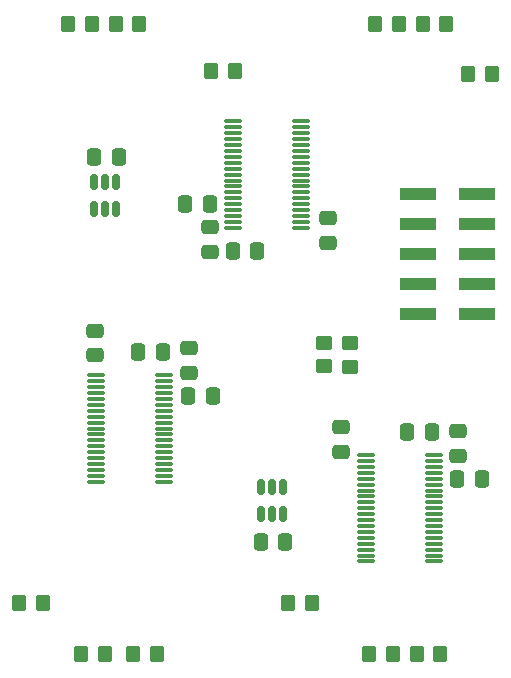
<source format=gbr>
%TF.GenerationSoftware,KiCad,Pcbnew,9.0.0*%
%TF.CreationDate,2025-05-12T15:22:34-04:00*%
%TF.ProjectId,design-files_BM,64657369-676e-42d6-9669-6c65735f424d,rev?*%
%TF.SameCoordinates,Original*%
%TF.FileFunction,Paste,Bot*%
%TF.FilePolarity,Positive*%
%FSLAX46Y46*%
G04 Gerber Fmt 4.6, Leading zero omitted, Abs format (unit mm)*
G04 Created by KiCad (PCBNEW 9.0.0) date 2025-05-12 15:22:34*
%MOMM*%
%LPD*%
G01*
G04 APERTURE LIST*
G04 Aperture macros list*
%AMRoundRect*
0 Rectangle with rounded corners*
0 $1 Rounding radius*
0 $2 $3 $4 $5 $6 $7 $8 $9 X,Y pos of 4 corners*
0 Add a 4 corners polygon primitive as box body*
4,1,4,$2,$3,$4,$5,$6,$7,$8,$9,$2,$3,0*
0 Add four circle primitives for the rounded corners*
1,1,$1+$1,$2,$3*
1,1,$1+$1,$4,$5*
1,1,$1+$1,$6,$7*
1,1,$1+$1,$8,$9*
0 Add four rect primitives between the rounded corners*
20,1,$1+$1,$2,$3,$4,$5,0*
20,1,$1+$1,$4,$5,$6,$7,0*
20,1,$1+$1,$6,$7,$8,$9,0*
20,1,$1+$1,$8,$9,$2,$3,0*%
G04 Aperture macros list end*
%ADD10RoundRect,0.250000X0.337500X0.475000X-0.337500X0.475000X-0.337500X-0.475000X0.337500X-0.475000X0*%
%ADD11RoundRect,0.250000X0.350000X0.450000X-0.350000X0.450000X-0.350000X-0.450000X0.350000X-0.450000X0*%
%ADD12RoundRect,0.250000X-0.475000X0.337500X-0.475000X-0.337500X0.475000X-0.337500X0.475000X0.337500X0*%
%ADD13RoundRect,0.250000X-0.337500X-0.475000X0.337500X-0.475000X0.337500X0.475000X-0.337500X0.475000X0*%
%ADD14RoundRect,0.075000X0.662500X0.075000X-0.662500X0.075000X-0.662500X-0.075000X0.662500X-0.075000X0*%
%ADD15R,3.150000X1.000000*%
%ADD16RoundRect,0.250000X0.475000X-0.337500X0.475000X0.337500X-0.475000X0.337500X-0.475000X-0.337500X0*%
%ADD17RoundRect,0.250000X0.450000X-0.350000X0.450000X0.350000X-0.450000X0.350000X-0.450000X-0.350000X0*%
%ADD18RoundRect,0.150000X0.150000X-0.512500X0.150000X0.512500X-0.150000X0.512500X-0.150000X-0.512500X0*%
%ADD19RoundRect,0.250000X-0.350000X-0.450000X0.350000X-0.450000X0.350000X0.450000X-0.350000X0.450000X0*%
%ADD20RoundRect,0.250000X-0.450000X0.350000X-0.450000X-0.350000X0.450000X-0.350000X0.450000X0.350000X0*%
%ADD21RoundRect,0.075000X-0.662500X-0.075000X0.662500X-0.075000X0.662500X0.075000X-0.662500X0.075000X0*%
%ADD22RoundRect,0.150000X-0.150000X0.512500X-0.150000X-0.512500X0.150000X-0.512500X0.150000X0.512500X0*%
G04 APERTURE END LIST*
D10*
%TO.C,C8*%
X46795000Y-46490000D03*
X44720000Y-46490000D03*
%TD*%
%TO.C,C12*%
X24020000Y-39740000D03*
X21945000Y-39740000D03*
%TD*%
D11*
%TO.C,R11*%
X48020000Y-11990000D03*
X46020000Y-11990000D03*
%TD*%
%TO.C,R5*%
X19120000Y-65290000D03*
X17120000Y-65290000D03*
%TD*%
%TO.C,R6*%
X23520000Y-65290000D03*
X21520000Y-65290000D03*
%TD*%
D12*
%TO.C,C17*%
X39140000Y-46122500D03*
X39140000Y-48197500D03*
%TD*%
D13*
%TO.C,C19*%
X18202500Y-23220000D03*
X20277500Y-23220000D03*
%TD*%
D11*
%TO.C,R9*%
X22020000Y-11990000D03*
X20020000Y-11990000D03*
%TD*%
%TO.C,R15*%
X36620000Y-60990000D03*
X34620000Y-60990000D03*
%TD*%
D14*
%TO.C,U8*%
X24095000Y-41740000D03*
X24095000Y-42240000D03*
X24095000Y-42740000D03*
X24095000Y-43240000D03*
X24095000Y-43740000D03*
X24095000Y-44240000D03*
X24095000Y-44740000D03*
X24095000Y-45240000D03*
X24095000Y-45740000D03*
X24095000Y-46240000D03*
X24095000Y-46740000D03*
X24095000Y-47240000D03*
X24095000Y-47740000D03*
X24095000Y-48240000D03*
X24095000Y-48740000D03*
X24095000Y-49240000D03*
X24095000Y-49740000D03*
X24095000Y-50240000D03*
X24095000Y-50740000D03*
X18370000Y-50740000D03*
X18370000Y-50240000D03*
X18370000Y-49740000D03*
X18370000Y-49240000D03*
X18370000Y-48740000D03*
X18370000Y-48240000D03*
X18370000Y-47740000D03*
X18370000Y-47240000D03*
X18370000Y-46740000D03*
X18370000Y-46240000D03*
X18370000Y-45740000D03*
X18370000Y-45240000D03*
X18370000Y-44740000D03*
X18370000Y-44240000D03*
X18370000Y-43740000D03*
X18370000Y-43240000D03*
X18370000Y-42740000D03*
X18370000Y-42240000D03*
X18370000Y-41740000D03*
%TD*%
D15*
%TO.C,J2*%
X45595000Y-36570000D03*
X50645000Y-36570000D03*
X45595000Y-34030000D03*
X50645000Y-34030000D03*
X45595000Y-31490000D03*
X50645000Y-31490000D03*
X45595000Y-28950000D03*
X50645000Y-28950000D03*
X45595000Y-26410000D03*
X50645000Y-26410000D03*
%TD*%
D16*
%TO.C,C15*%
X49007500Y-48527500D03*
X49007500Y-46452500D03*
%TD*%
D10*
%TO.C,C9*%
X28020000Y-27240000D03*
X25945000Y-27240000D03*
%TD*%
D16*
%TO.C,C13*%
X26232500Y-41527500D03*
X26232500Y-39452500D03*
%TD*%
D11*
%TO.C,R16*%
X13870000Y-60990000D03*
X11870000Y-60990000D03*
%TD*%
D16*
%TO.C,C11*%
X37982500Y-30527500D03*
X37982500Y-28452500D03*
%TD*%
D17*
%TO.C,R4*%
X39870000Y-40990000D03*
X39870000Y-38990000D03*
%TD*%
D18*
%TO.C,U7*%
X34220000Y-53480000D03*
X33270000Y-53480000D03*
X32320000Y-53480000D03*
X32320000Y-51205000D03*
X33270000Y-51205000D03*
X34220000Y-51205000D03*
%TD*%
D13*
%TO.C,C16*%
X48970000Y-50490000D03*
X51045000Y-50490000D03*
%TD*%
D19*
%TO.C,R14*%
X28120000Y-15990000D03*
X30120000Y-15990000D03*
%TD*%
D14*
%TO.C,U6*%
X46982500Y-48490000D03*
X46982500Y-48990000D03*
X46982500Y-49490000D03*
X46982500Y-49990000D03*
X46982500Y-50490000D03*
X46982500Y-50990000D03*
X46982500Y-51490000D03*
X46982500Y-51990000D03*
X46982500Y-52490000D03*
X46982500Y-52990000D03*
X46982500Y-53490000D03*
X46982500Y-53990000D03*
X46982500Y-54490000D03*
X46982500Y-54990000D03*
X46982500Y-55490000D03*
X46982500Y-55990000D03*
X46982500Y-56490000D03*
X46982500Y-56990000D03*
X46982500Y-57490000D03*
X41257500Y-57490000D03*
X41257500Y-56990000D03*
X41257500Y-56490000D03*
X41257500Y-55990000D03*
X41257500Y-55490000D03*
X41257500Y-54990000D03*
X41257500Y-54490000D03*
X41257500Y-53990000D03*
X41257500Y-53490000D03*
X41257500Y-52990000D03*
X41257500Y-52490000D03*
X41257500Y-51990000D03*
X41257500Y-51490000D03*
X41257500Y-50990000D03*
X41257500Y-50490000D03*
X41257500Y-49990000D03*
X41257500Y-49490000D03*
X41257500Y-48990000D03*
X41257500Y-48490000D03*
%TD*%
D10*
%TO.C,C6*%
X34395000Y-55882500D03*
X32320000Y-55882500D03*
%TD*%
D19*
%TO.C,R13*%
X49870000Y-16240000D03*
X51870000Y-16240000D03*
%TD*%
D12*
%TO.C,C18*%
X18310000Y-37952500D03*
X18310000Y-40027500D03*
%TD*%
D11*
%TO.C,R10*%
X18020000Y-11990000D03*
X16020000Y-11990000D03*
%TD*%
D13*
%TO.C,C14*%
X26195000Y-43490000D03*
X28270000Y-43490000D03*
%TD*%
D11*
%TO.C,R12*%
X44020000Y-11990000D03*
X42020000Y-11990000D03*
%TD*%
%TO.C,R8*%
X47520000Y-65290000D03*
X45520000Y-65290000D03*
%TD*%
D20*
%TO.C,R3*%
X37630000Y-38970000D03*
X37630000Y-40970000D03*
%TD*%
D21*
%TO.C,U9*%
X30007500Y-29240000D03*
X30007500Y-28740000D03*
X30007500Y-28240000D03*
X30007500Y-27740000D03*
X30007500Y-27240000D03*
X30007500Y-26740000D03*
X30007500Y-26240000D03*
X30007500Y-25740000D03*
X30007500Y-25240000D03*
X30007500Y-24740000D03*
X30007500Y-24240000D03*
X30007500Y-23740000D03*
X30007500Y-23240000D03*
X30007500Y-22740000D03*
X30007500Y-22240000D03*
X30007500Y-21740000D03*
X30007500Y-21240000D03*
X30007500Y-20740000D03*
X30007500Y-20240000D03*
X35732500Y-20240000D03*
X35732500Y-20740000D03*
X35732500Y-21240000D03*
X35732500Y-21740000D03*
X35732500Y-22240000D03*
X35732500Y-22740000D03*
X35732500Y-23240000D03*
X35732500Y-23740000D03*
X35732500Y-24240000D03*
X35732500Y-24740000D03*
X35732500Y-25240000D03*
X35732500Y-25740000D03*
X35732500Y-26240000D03*
X35732500Y-26740000D03*
X35732500Y-27240000D03*
X35732500Y-27740000D03*
X35732500Y-28240000D03*
X35732500Y-28740000D03*
X35732500Y-29240000D03*
%TD*%
D22*
%TO.C,U10*%
X18170000Y-25352500D03*
X19120000Y-25352500D03*
X20070000Y-25352500D03*
X20070000Y-27627500D03*
X19120000Y-27627500D03*
X18170000Y-27627500D03*
%TD*%
D13*
%TO.C,C7*%
X29945000Y-31240000D03*
X32020000Y-31240000D03*
%TD*%
D12*
%TO.C,C10*%
X27982500Y-29202500D03*
X27982500Y-31277500D03*
%TD*%
D11*
%TO.C,R7*%
X43520000Y-65290000D03*
X41520000Y-65290000D03*
%TD*%
M02*

</source>
